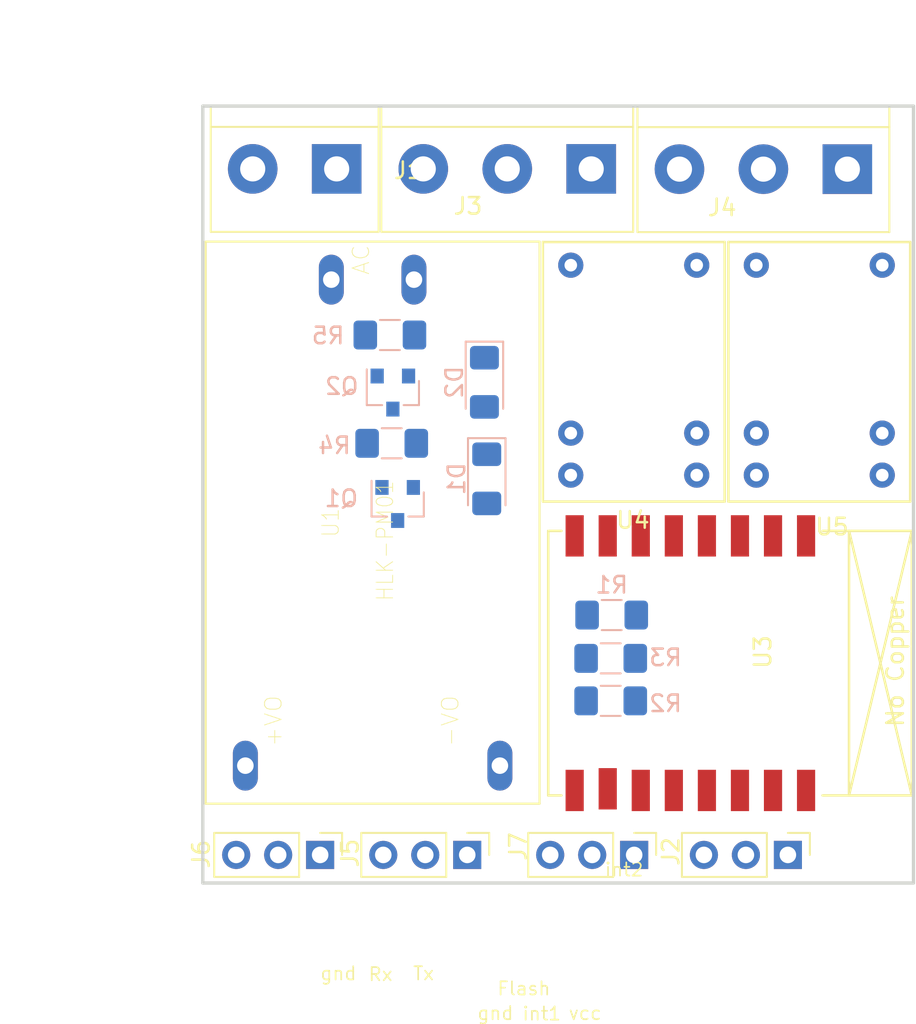
<source format=kicad_pcb>
(kicad_pcb (version 20171130) (host pcbnew 5.0.2-bee76a0~70~ubuntu18.10.1)

  (general
    (thickness 1.6)
    (drawings 14)
    (tracks 0)
    (zones 0)
    (modules 20)
    (nets 25)
  )

  (page A4)
  (layers
    (0 F.Cu signal)
    (31 B.Cu signal)
    (32 B.Adhes user hide)
    (33 F.Adhes user hide)
    (34 B.Paste user)
    (35 F.Paste user)
    (36 B.SilkS user)
    (37 F.SilkS user)
    (38 B.Mask user)
    (39 F.Mask user)
    (40 Dwgs.User user hide)
    (41 Cmts.User user)
    (42 Eco1.User user hide)
    (43 Eco2.User user hide)
    (44 Edge.Cuts user)
    (45 Margin user hide)
    (46 B.CrtYd user hide)
    (47 F.CrtYd user hide)
    (48 B.Fab user hide)
    (49 F.Fab user hide)
  )

  (setup
    (last_trace_width 0.25)
    (user_trace_width 0.254)
    (user_trace_width 0.3048)
    (user_trace_width 0.4064)
    (user_trace_width 0.508)
    (user_trace_width 0.6096)
    (user_trace_width 0.8636)
    (user_trace_width 1.016)
    (trace_clearance 0.2)
    (zone_clearance 0.508)
    (zone_45_only no)
    (trace_min 0.2)
    (segment_width 0.2)
    (edge_width 0.15)
    (via_size 0.8)
    (via_drill 0.4)
    (via_min_size 0.4)
    (via_min_drill 0.3)
    (uvia_size 0.3)
    (uvia_drill 0.1)
    (uvias_allowed no)
    (uvia_min_size 0.2)
    (uvia_min_drill 0.1)
    (pcb_text_width 0.3)
    (pcb_text_size 1.5 1.5)
    (mod_edge_width 0.15)
    (mod_text_size 1 1)
    (mod_text_width 0.15)
    (pad_size 3 3)
    (pad_drill 1.52)
    (pad_to_mask_clearance 0.051)
    (solder_mask_min_width 0.25)
    (aux_axis_origin 0 0)
    (visible_elements FFFFFF7F)
    (pcbplotparams
      (layerselection 0x010f0_ffffffff)
      (usegerberextensions false)
      (usegerberattributes false)
      (usegerberadvancedattributes false)
      (creategerberjobfile false)
      (excludeedgelayer true)
      (linewidth 0.100000)
      (plotframeref false)
      (viasonmask false)
      (mode 1)
      (useauxorigin false)
      (hpglpennumber 1)
      (hpglpenspeed 20)
      (hpglpendiameter 15.000000)
      (psnegative false)
      (psa4output false)
      (plotreference true)
      (plotvalue true)
      (plotinvisibletext false)
      (padsonsilk false)
      (subtractmaskfromsilk false)
      (outputformat 1)
      (mirror false)
      (drillshape 0)
      (scaleselection 1)
      (outputdirectory "gerbers/"))
  )

  (net 0 "")
  (net 1 GND)
  (net 2 "Net-(R1-Pad1)")
  (net 3 "Net-(R2-Pad1)")
  (net 4 "Net-(R3-Pad2)")
  (net 5 "Net-(J1-Pad1)")
  (net 6 "Net-(J1-Pad2)")
  (net 7 "Net-(D1-Pad1)")
  (net 8 "Net-(D2-Pad1)")
  (net 9 "Net-(J3-Pad3)")
  (net 10 "Net-(J3-Pad2)")
  (net 11 "Net-(J3-Pad1)")
  (net 12 "Net-(J4-Pad1)")
  (net 13 "Net-(J4-Pad2)")
  (net 14 "Net-(J4-Pad3)")
  (net 15 Relay_1)
  (net 16 Relay_2)
  (net 17 "Net-(J2-Pad1)")
  (net 18 "Net-(J2-Pad2)")
  (net 19 vcc)
  (net 20 int_1)
  (net 21 int_2)
  (net 22 "Net-(J7-Pad2)")
  (net 23 "Net-(Q1-Pad1)")
  (net 24 "Net-(Q2-Pad1)")

  (net_class Default "This is the default net class."
    (clearance 0.2)
    (trace_width 0.25)
    (via_dia 0.8)
    (via_drill 0.4)
    (uvia_dia 0.3)
    (uvia_drill 0.1)
    (add_net GND)
    (add_net "Net-(D1-Pad1)")
    (add_net "Net-(D2-Pad1)")
    (add_net "Net-(J1-Pad1)")
    (add_net "Net-(J1-Pad2)")
    (add_net "Net-(J2-Pad1)")
    (add_net "Net-(J2-Pad2)")
    (add_net "Net-(J3-Pad1)")
    (add_net "Net-(J3-Pad2)")
    (add_net "Net-(J3-Pad3)")
    (add_net "Net-(J4-Pad1)")
    (add_net "Net-(J4-Pad2)")
    (add_net "Net-(J4-Pad3)")
    (add_net "Net-(J7-Pad2)")
    (add_net "Net-(Q1-Pad1)")
    (add_net "Net-(Q2-Pad1)")
    (add_net "Net-(R1-Pad1)")
    (add_net "Net-(R2-Pad1)")
    (add_net "Net-(R3-Pad2)")
    (add_net Relay_1)
    (add_net Relay_2)
    (add_net int_1)
    (add_net int_2)
    (add_net vcc)
  )

  (module HLK-PM01:HLK-PM01 (layer F.Cu) (tedit 0) (tstamp 5CFB3796)
    (at 95.275 86.2 270)
    (path /5CD1EF95)
    (fp_text reference U1 (at 0 2.54 270) (layer F.SilkS)
      (effects (font (size 1 0.9) (thickness 0.05)))
    )
    (fp_text value HLK-PM01 (at 1.1 -0.75 270) (layer F.SilkS)
      (effects (font (size 1 0.9) (thickness 0.05)))
    )
    (fp_line (start -17 10.1) (end -17 -10.1) (layer F.SilkS) (width 0.127))
    (fp_line (start 17 10.1) (end 17 -10.1) (layer F.SilkS) (width 0.127))
    (fp_line (start -17 -10.1) (end 17 -10.1) (layer F.SilkS) (width 0.127))
    (fp_line (start -17 10.1) (end 17 10.1) (layer F.SilkS) (width 0.127))
    (fp_text user AC (at -15.9 0.7 270) (layer F.SilkS)
      (effects (font (size 1 1) (thickness 0.05)))
    )
    (fp_text user +VO (at 12 6 270) (layer F.SilkS)
      (effects (font (size 1 1) (thickness 0.05)))
    )
    (fp_text user -VO (at 12 -4.7 270) (layer F.SilkS)
      (effects (font (size 1 1) (thickness 0.05)))
    )
    (pad P$1 thru_hole oval (at -14.7 -2.5 270) (size 3.016 1.508) (drill 1) (layers *.Cu *.Mask)
      (net 6 "Net-(J1-Pad2)"))
    (pad P$2 thru_hole oval (at -14.7 2.5 270) (size 3.016 1.508) (drill 1) (layers *.Cu *.Mask)
      (net 5 "Net-(J1-Pad1)"))
    (pad P$3 thru_hole oval (at 14.7 -7.7 270) (size 3.016 1.508) (drill 1) (layers *.Cu *.Mask)
      (net 1 GND))
    (pad P$4 thru_hole oval (at 14.7 7.7 270) (size 3.016 1.508) (drill 1) (layers *.Cu *.Mask)
      (net 19 vcc))
  )

  (module TerminalBlock:TerminalBlock_bornier-3_P5.08mm (layer F.Cu) (tedit 5CE037EC) (tstamp 5CD452B5)
    (at 108.5 64.8 180)
    (descr "simple 3-pin terminal block, pitch 5.08mm, revamped version of bornier3")
    (tags "terminal block bornier3")
    (path /5CD5F5C6)
    (fp_text reference J3 (at 7.45 -2.25 180) (layer F.SilkS)
      (effects (font (size 1 1) (thickness 0.15)))
    )
    (fp_text value Screw_Terminal_01x03 (at 5.08 5.08 180) (layer F.Fab)
      (effects (font (size 1 1) (thickness 0.15)))
    )
    (fp_line (start 12.88 4) (end -2.72 4) (layer F.CrtYd) (width 0.05))
    (fp_line (start 12.88 4) (end 12.88 -4) (layer F.CrtYd) (width 0.05))
    (fp_line (start -2.72 -4) (end -2.72 4) (layer F.CrtYd) (width 0.05))
    (fp_line (start -2.72 -4) (end 12.88 -4) (layer F.CrtYd) (width 0.05))
    (fp_line (start -2.54 3.81) (end 12.7 3.81) (layer F.SilkS) (width 0.12))
    (fp_line (start -2.54 -3.81) (end 12.7 -3.81) (layer F.SilkS) (width 0.12))
    (fp_line (start -2.54 2.54) (end 12.7 2.54) (layer F.SilkS) (width 0.12))
    (fp_line (start 12.7 3.81) (end 12.7 -3.81) (layer F.SilkS) (width 0.12))
    (fp_line (start -2.54 3.81) (end -2.54 -3.81) (layer F.SilkS) (width 0.12))
    (fp_line (start -2.47 3.75) (end -2.47 -3.75) (layer F.Fab) (width 0.1))
    (fp_line (start 12.63 3.75) (end -2.47 3.75) (layer F.Fab) (width 0.1))
    (fp_line (start 12.63 -3.75) (end 12.63 3.75) (layer F.Fab) (width 0.1))
    (fp_line (start -2.47 -3.75) (end 12.63 -3.75) (layer F.Fab) (width 0.1))
    (fp_line (start -2.47 2.55) (end 12.63 2.55) (layer F.Fab) (width 0.1))
    (fp_text user %R (at 5.08 0 180) (layer F.Fab)
      (effects (font (size 1 1) (thickness 0.15)))
    )
    (pad 3 thru_hole circle (at 10.16 0 180) (size 3 3) (drill 1.52) (layers *.Cu *.Mask)
      (net 9 "Net-(J3-Pad3)"))
    (pad 2 thru_hole circle (at 5.08 0 180) (size 3 3) (drill 1.52) (layers *.Cu *.Mask)
      (net 10 "Net-(J3-Pad2)"))
    (pad 1 thru_hole rect (at 0 0 180) (size 3 3) (drill 1.52) (layers *.Cu *.Mask)
      (net 11 "Net-(J3-Pad1)"))
    (model ${KISYS3DMOD}/TerminalBlock.3dshapes/TerminalBlock_bornier-3_P5.08mm.wrl
      (offset (xyz 5.079999923706055 0 0))
      (scale (xyz 1 1 1))
      (rotate (xyz 0 0 0))
    )
  )

  (module Resistor_SMD:R_1206_3216Metric_Pad1.42x1.75mm_HandSolder (layer B.Cu) (tedit 5B301BBD) (tstamp 5CFB3768)
    (at 96.43 81.4)
    (descr "Resistor SMD 1206 (3216 Metric), square (rectangular) end terminal, IPC_7351 nominal with elongated pad for handsoldering. (Body size source: http://www.tortai-tech.com/upload/download/2011102023233369053.pdf), generated with kicad-footprint-generator")
    (tags "resistor handsolder")
    (path /5CD4C084)
    (attr smd)
    (fp_text reference R4 (at -3.466 0.134) (layer B.SilkS)
      (effects (font (size 1 1) (thickness 0.15)) (justify mirror))
    )
    (fp_text value 180 (at 0 -1.82) (layer B.Fab)
      (effects (font (size 1 1) (thickness 0.15)) (justify mirror))
    )
    (fp_line (start -1.6 -0.8) (end -1.6 0.8) (layer B.Fab) (width 0.1))
    (fp_line (start -1.6 0.8) (end 1.6 0.8) (layer B.Fab) (width 0.1))
    (fp_line (start 1.6 0.8) (end 1.6 -0.8) (layer B.Fab) (width 0.1))
    (fp_line (start 1.6 -0.8) (end -1.6 -0.8) (layer B.Fab) (width 0.1))
    (fp_line (start -0.602064 0.91) (end 0.602064 0.91) (layer B.SilkS) (width 0.12))
    (fp_line (start -0.602064 -0.91) (end 0.602064 -0.91) (layer B.SilkS) (width 0.12))
    (fp_line (start -2.45 -1.12) (end -2.45 1.12) (layer B.CrtYd) (width 0.05))
    (fp_line (start -2.45 1.12) (end 2.45 1.12) (layer B.CrtYd) (width 0.05))
    (fp_line (start 2.45 1.12) (end 2.45 -1.12) (layer B.CrtYd) (width 0.05))
    (fp_line (start 2.45 -1.12) (end -2.45 -1.12) (layer B.CrtYd) (width 0.05))
    (fp_text user %R (at 0 0) (layer B.Fab)
      (effects (font (size 0.8 0.8) (thickness 0.12)) (justify mirror))
    )
    (pad 1 smd roundrect (at -1.4875 0) (size 1.425 1.75) (layers B.Cu B.Paste B.Mask) (roundrect_rratio 0.175439)
      (net 23 "Net-(Q1-Pad1)"))
    (pad 2 smd roundrect (at 1.4875 0) (size 1.425 1.75) (layers B.Cu B.Paste B.Mask) (roundrect_rratio 0.175439)
      (net 15 Relay_1))
    (model ${KISYS3DMOD}/Resistor_SMD.3dshapes/R_1206_3216Metric.wrl
      (at (xyz 0 0 0))
      (scale (xyz 1 1 1))
      (rotate (xyz 0 0 0))
    )
  )

  (module ESP8266:ESP-07v2 (layer F.Cu) (tedit 5CE0336E) (tstamp 5CDDA39F)
    (at 121.5 87.7 270)
    (descr "Module, ESP-8266, ESP-07v2, 16 pad, SMD")
    (tags "Module ESP-8266 ESP8266")
    (path /5A3E9303)
    (fp_text reference U3 (at 6.32 2.62 270) (layer F.SilkS)
      (effects (font (size 1 1) (thickness 0.15)))
    )
    (fp_text value ESP-07v2 (at 7.25 2.25 270) (layer F.Fab)
      (effects (font (size 1 1) (thickness 0.15)))
    )
    (fp_line (start -2.25 -0.5) (end -2.25 -6.65) (layer F.CrtYd) (width 0.05))
    (fp_line (start -2.25 -6.65) (end 16.25 -6.65) (layer F.CrtYd) (width 0.05))
    (fp_line (start 16.25 -6.65) (end 16.25 16) (layer F.CrtYd) (width 0.05))
    (fp_line (start 16.25 16) (end -2.25 16) (layer F.CrtYd) (width 0.05))
    (fp_line (start -2.25 16) (end -2.25 -0.5) (layer F.CrtYd) (width 0.05))
    (fp_line (start -1 -6.4) (end 15 -6.4) (layer F.SilkS) (width 0.1524))
    (fp_line (start 15 -6.4) (end 15 -1) (layer F.SilkS) (width 0.1524))
    (fp_line (start -1 -6.4) (end -1 -1) (layer F.SilkS) (width 0.1524))
    (fp_line (start -1 14.8) (end -1 15.6) (layer F.SilkS) (width 0.1524))
    (fp_line (start -1 15.6) (end 15 15.6) (layer F.SilkS) (width 0.1524))
    (fp_line (start 15 15.6) (end 15 14.8) (layer F.SilkS) (width 0.1524))
    (fp_line (start 15 -6.4) (end -1 -2.6) (layer F.SilkS) (width 0.1524))
    (fp_line (start -1 -6.4) (end 15 -2.6) (layer F.SilkS) (width 0.1524))
    (fp_text user "No Copper" (at 6.892 -5.4 270) (layer F.SilkS)
      (effects (font (size 1 1) (thickness 0.15)))
    )
    (fp_line (start -1.008 -2.6) (end 14.992 -2.6) (layer F.SilkS) (width 0.1524))
    (fp_line (start 15 -6.4) (end 15 15.6) (layer F.Fab) (width 0.05))
    (fp_line (start 15 15.6) (end -1 15.6) (layer F.Fab) (width 0.05))
    (fp_line (start -1.008 15.6) (end -1.008 -6.4) (layer F.Fab) (width 0.05))
    (fp_line (start -1 -6.4) (end 15 -6.4) (layer F.Fab) (width 0.05))
    (pad 1 smd rect (at 0 0 270) (size 2.5 1.1) (drill (offset -0.7 0)) (layers F.Cu F.Paste F.Mask))
    (pad 2 smd rect (at 0 2 270) (size 2.5 1.1) (drill (offset -0.7 0)) (layers F.Cu F.Paste F.Mask))
    (pad 3 smd rect (at 0 4 270) (size 2.5 1.1) (drill (offset -0.7 0)) (layers F.Cu F.Paste F.Mask)
      (net 2 "Net-(R1-Pad1)"))
    (pad 4 smd rect (at 0 6 270) (size 2.5 1.1) (drill (offset -0.7 0)) (layers F.Cu F.Paste F.Mask)
      (net 16 Relay_2))
    (pad 5 smd rect (at 0 8 270) (size 2.5 1.1) (drill (offset -0.7 0)) (layers F.Cu F.Paste F.Mask)
      (net 15 Relay_1))
    (pad 6 smd rect (at 0 10 270) (size 2.5 1.1) (drill (offset -0.7 0)) (layers F.Cu F.Paste F.Mask)
      (net 20 int_1))
    (pad 7 smd rect (at 0 12 270) (size 2.5 1.1) (drill (offset -0.7 0)) (layers F.Cu F.Paste F.Mask)
      (net 21 int_2))
    (pad 8 smd rect (at 0 14 270) (size 2.5 1.1) (drill (offset -0.7 0)) (layers F.Cu F.Paste F.Mask)
      (net 19 vcc))
    (pad 9 smd rect (at 14 14 270) (size 2.5 1.1) (drill (offset 0.7 0)) (layers F.Cu F.Paste F.Mask)
      (net 1 GND))
    (pad 10 smd rect (at 14 12 270) (size 2.5 1.1) (drill (offset 0.6 0)) (layers F.Cu F.Paste F.Mask)
      (net 3 "Net-(R2-Pad1)"))
    (pad 11 smd rect (at 14 10 270) (size 2.5 1.1) (drill (offset 0.7 0)) (layers F.Cu F.Paste F.Mask))
    (pad 12 smd rect (at 14 8 270) (size 2.5 1.1) (drill (offset 0.7 0)) (layers F.Cu F.Paste F.Mask)
      (net 22 "Net-(J7-Pad2)"))
    (pad 13 smd rect (at 14 6 270) (size 2.5 1.1) (drill (offset 0.7 0)) (layers F.Cu F.Paste F.Mask))
    (pad 14 smd rect (at 14 4 270) (size 2.5 1.1) (drill (offset 0.7 0)) (layers F.Cu F.Paste F.Mask))
    (pad 15 smd rect (at 14 2 270) (size 2.5 1.1) (drill (offset 0.7 0)) (layers F.Cu F.Paste F.Mask)
      (net 4 "Net-(R3-Pad2)"))
    (pad 16 smd rect (at 14 0 270) (size 2.5 1.1) (drill (offset 0.7 0)) (layers F.Cu F.Paste F.Mask)
      (net 17 "Net-(J2-Pad1)"))
    (model ${ESPLIB}/ESP8266.3dshapes/ESP-07v2.wrl
      (at (xyz 0 0 0))
      (scale (xyz 0.3937 0.3937 0.3937))
      (rotate (xyz 0 0 0))
    )
  )

  (module TerminalBlock:TerminalBlock_bornier-3_P5.08mm (layer F.Cu) (tedit 59FF03B9) (tstamp 5CD45449)
    (at 124 64.815 180)
    (descr "simple 3-pin terminal block, pitch 5.08mm, revamped version of bornier3")
    (tags "terminal block bornier3")
    (path /5CD62DF4)
    (fp_text reference J4 (at 7.575 -2.325 180) (layer F.SilkS)
      (effects (font (size 1 1) (thickness 0.15)))
    )
    (fp_text value Screw_Terminal_01x03 (at 5.08 5.08 180) (layer F.Fab)
      (effects (font (size 1 1) (thickness 0.15)))
    )
    (fp_text user %R (at 5.08 0 180) (layer F.Fab)
      (effects (font (size 1 1) (thickness 0.15)))
    )
    (fp_line (start -2.47 2.55) (end 12.63 2.55) (layer F.Fab) (width 0.1))
    (fp_line (start -2.47 -3.75) (end 12.63 -3.75) (layer F.Fab) (width 0.1))
    (fp_line (start 12.63 -3.75) (end 12.63 3.75) (layer F.Fab) (width 0.1))
    (fp_line (start 12.63 3.75) (end -2.47 3.75) (layer F.Fab) (width 0.1))
    (fp_line (start -2.47 3.75) (end -2.47 -3.75) (layer F.Fab) (width 0.1))
    (fp_line (start -2.54 3.81) (end -2.54 -3.81) (layer F.SilkS) (width 0.12))
    (fp_line (start 12.7 3.81) (end 12.7 -3.81) (layer F.SilkS) (width 0.12))
    (fp_line (start -2.54 2.54) (end 12.7 2.54) (layer F.SilkS) (width 0.12))
    (fp_line (start -2.54 -3.81) (end 12.7 -3.81) (layer F.SilkS) (width 0.12))
    (fp_line (start -2.54 3.81) (end 12.7 3.81) (layer F.SilkS) (width 0.12))
    (fp_line (start -2.72 -4) (end 12.88 -4) (layer F.CrtYd) (width 0.05))
    (fp_line (start -2.72 -4) (end -2.72 4) (layer F.CrtYd) (width 0.05))
    (fp_line (start 12.88 4) (end 12.88 -4) (layer F.CrtYd) (width 0.05))
    (fp_line (start 12.88 4) (end -2.72 4) (layer F.CrtYd) (width 0.05))
    (pad 1 thru_hole rect (at 0 0 180) (size 3 3) (drill 1.52) (layers *.Cu *.Mask)
      (net 12 "Net-(J4-Pad1)"))
    (pad 2 thru_hole circle (at 5.08 0 180) (size 3 3) (drill 1.52) (layers *.Cu *.Mask)
      (net 13 "Net-(J4-Pad2)"))
    (pad 3 thru_hole circle (at 10.16 0 180) (size 3 3) (drill 1.52) (layers *.Cu *.Mask)
      (net 14 "Net-(J4-Pad3)"))
    (model ${KISYS3DMOD}/TerminalBlock.3dshapes/TerminalBlock_bornier-3_P5.08mm.wrl
      (offset (xyz 5.079999923706055 0 0))
      (scale (xyz 1 1 1))
      (rotate (xyz 0 0 0))
    )
  )

  (module Resistor_SMD:R_1206_3216Metric_Pad1.42x1.75mm_HandSolder (layer B.Cu) (tedit 5B301BBD) (tstamp 5CD20EAB)
    (at 109.74 91.79 180)
    (descr "Resistor SMD 1206 (3216 Metric), square (rectangular) end terminal, IPC_7351 nominal with elongated pad for handsoldering. (Body size source: http://www.tortai-tech.com/upload/download/2011102023233369053.pdf), generated with kicad-footprint-generator")
    (tags "resistor handsolder")
    (path /5A8DA6B8)
    (attr smd)
    (fp_text reference R1 (at 0 1.82 180) (layer B.SilkS)
      (effects (font (size 1 1) (thickness 0.15)) (justify mirror))
    )
    (fp_text value 10K (at 0 -1.82 180) (layer B.Fab)
      (effects (font (size 1 1) (thickness 0.15)) (justify mirror))
    )
    (fp_line (start -1.6 -0.8) (end -1.6 0.8) (layer B.Fab) (width 0.1))
    (fp_line (start -1.6 0.8) (end 1.6 0.8) (layer B.Fab) (width 0.1))
    (fp_line (start 1.6 0.8) (end 1.6 -0.8) (layer B.Fab) (width 0.1))
    (fp_line (start 1.6 -0.8) (end -1.6 -0.8) (layer B.Fab) (width 0.1))
    (fp_line (start -0.602064 0.91) (end 0.602064 0.91) (layer B.SilkS) (width 0.12))
    (fp_line (start -0.602064 -0.91) (end 0.602064 -0.91) (layer B.SilkS) (width 0.12))
    (fp_line (start -2.45 -1.12) (end -2.45 1.12) (layer B.CrtYd) (width 0.05))
    (fp_line (start -2.45 1.12) (end 2.45 1.12) (layer B.CrtYd) (width 0.05))
    (fp_line (start 2.45 1.12) (end 2.45 -1.12) (layer B.CrtYd) (width 0.05))
    (fp_line (start 2.45 -1.12) (end -2.45 -1.12) (layer B.CrtYd) (width 0.05))
    (fp_text user %R (at 0 0 270) (layer B.Fab)
      (effects (font (size 0.8 0.8) (thickness 0.12)) (justify mirror))
    )
    (pad 1 smd roundrect (at -1.4875 0 180) (size 1.425 1.75) (layers B.Cu B.Paste B.Mask) (roundrect_rratio 0.175439)
      (net 2 "Net-(R1-Pad1)"))
    (pad 2 smd roundrect (at 1.4875 0 180) (size 1.425 1.75) (layers B.Cu B.Paste B.Mask) (roundrect_rratio 0.175439)
      (net 19 vcc))
    (model ${KISYS3DMOD}/Resistor_SMD.3dshapes/R_1206_3216Metric.wrl
      (at (xyz 0 0 0))
      (scale (xyz 1 1 1))
      (rotate (xyz 0 0 0))
    )
  )

  (module Resistor_SMD:R_1206_3216Metric_Pad1.42x1.75mm_HandSolder (layer B.Cu) (tedit 5B301BBD) (tstamp 5CD20EBC)
    (at 109.68 96.98 180)
    (descr "Resistor SMD 1206 (3216 Metric), square (rectangular) end terminal, IPC_7351 nominal with elongated pad for handsoldering. (Body size source: http://www.tortai-tech.com/upload/download/2011102023233369053.pdf), generated with kicad-footprint-generator")
    (tags "resistor handsolder")
    (path /5A887C56)
    (attr smd)
    (fp_text reference R2 (at -3.318 -0.16 180) (layer B.SilkS)
      (effects (font (size 1 1) (thickness 0.15)) (justify mirror))
    )
    (fp_text value 10K (at 0 -1.82 180) (layer B.Fab)
      (effects (font (size 1 1) (thickness 0.15)) (justify mirror))
    )
    (fp_text user %R (at 0 0 180) (layer B.Fab)
      (effects (font (size 0.8 0.8) (thickness 0.12)) (justify mirror))
    )
    (fp_line (start 2.45 -1.12) (end -2.45 -1.12) (layer B.CrtYd) (width 0.05))
    (fp_line (start 2.45 1.12) (end 2.45 -1.12) (layer B.CrtYd) (width 0.05))
    (fp_line (start -2.45 1.12) (end 2.45 1.12) (layer B.CrtYd) (width 0.05))
    (fp_line (start -2.45 -1.12) (end -2.45 1.12) (layer B.CrtYd) (width 0.05))
    (fp_line (start -0.602064 -0.91) (end 0.602064 -0.91) (layer B.SilkS) (width 0.12))
    (fp_line (start -0.602064 0.91) (end 0.602064 0.91) (layer B.SilkS) (width 0.12))
    (fp_line (start 1.6 -0.8) (end -1.6 -0.8) (layer B.Fab) (width 0.1))
    (fp_line (start 1.6 0.8) (end 1.6 -0.8) (layer B.Fab) (width 0.1))
    (fp_line (start -1.6 0.8) (end 1.6 0.8) (layer B.Fab) (width 0.1))
    (fp_line (start -1.6 -0.8) (end -1.6 0.8) (layer B.Fab) (width 0.1))
    (pad 2 smd roundrect (at 1.4875 0 180) (size 1.425 1.75) (layers B.Cu B.Paste B.Mask) (roundrect_rratio 0.175439)
      (net 1 GND))
    (pad 1 smd roundrect (at -1.4875 0 180) (size 1.425 1.75) (layers B.Cu B.Paste B.Mask) (roundrect_rratio 0.175439)
      (net 3 "Net-(R2-Pad1)"))
    (model ${KISYS3DMOD}/Resistor_SMD.3dshapes/R_1206_3216Metric.wrl
      (at (xyz 0 0 0))
      (scale (xyz 1 1 1))
      (rotate (xyz 0 0 0))
    )
  )

  (module Resistor_SMD:R_1206_3216Metric_Pad1.42x1.75mm_HandSolder (layer B.Cu) (tedit 5B301BBD) (tstamp 5CD20ECD)
    (at 109.68 94.41)
    (descr "Resistor SMD 1206 (3216 Metric), square (rectangular) end terminal, IPC_7351 nominal with elongated pad for handsoldering. (Body size source: http://www.tortai-tech.com/upload/download/2011102023233369053.pdf), generated with kicad-footprint-generator")
    (tags "resistor handsolder")
    (path /5A3E9C05)
    (attr smd)
    (fp_text reference R3 (at 3.318 -0.046) (layer B.SilkS)
      (effects (font (size 1 1) (thickness 0.15)) (justify mirror))
    )
    (fp_text value 180 (at 0 -1.82) (layer B.Fab)
      (effects (font (size 1 1) (thickness 0.15)) (justify mirror))
    )
    (fp_line (start -1.6 -0.8) (end -1.6 0.8) (layer B.Fab) (width 0.1))
    (fp_line (start -1.6 0.8) (end 1.6 0.8) (layer B.Fab) (width 0.1))
    (fp_line (start 1.6 0.8) (end 1.6 -0.8) (layer B.Fab) (width 0.1))
    (fp_line (start 1.6 -0.8) (end -1.6 -0.8) (layer B.Fab) (width 0.1))
    (fp_line (start -0.602064 0.91) (end 0.602064 0.91) (layer B.SilkS) (width 0.12))
    (fp_line (start -0.602064 -0.91) (end 0.602064 -0.91) (layer B.SilkS) (width 0.12))
    (fp_line (start -2.45 -1.12) (end -2.45 1.12) (layer B.CrtYd) (width 0.05))
    (fp_line (start -2.45 1.12) (end 2.45 1.12) (layer B.CrtYd) (width 0.05))
    (fp_line (start 2.45 1.12) (end 2.45 -1.12) (layer B.CrtYd) (width 0.05))
    (fp_line (start 2.45 -1.12) (end -2.45 -1.12) (layer B.CrtYd) (width 0.05))
    (fp_text user %R (at 0 0) (layer B.Fab)
      (effects (font (size 0.8 0.8) (thickness 0.12)) (justify mirror))
    )
    (pad 1 smd roundrect (at -1.4875 0) (size 1.425 1.75) (layers B.Cu B.Paste B.Mask) (roundrect_rratio 0.175439)
      (net 18 "Net-(J2-Pad2)"))
    (pad 2 smd roundrect (at 1.4875 0) (size 1.425 1.75) (layers B.Cu B.Paste B.Mask) (roundrect_rratio 0.175439)
      (net 4 "Net-(R3-Pad2)"))
    (model ${KISYS3DMOD}/Resistor_SMD.3dshapes/R_1206_3216Metric.wrl
      (at (xyz 0 0 0))
      (scale (xyz 1 1 1))
      (rotate (xyz 0 0 0))
    )
  )

  (module TerminalBlock:TerminalBlock_bornier-2_P5.08mm (layer F.Cu) (tedit 59FF03AB) (tstamp 5CD245BA)
    (at 93.1 64.8 180)
    (descr "simple 2-pin terminal block, pitch 5.08mm, revamped version of bornier2")
    (tags "terminal block bornier2")
    (path /5A3E8B13)
    (fp_text reference J1 (at -4.335 -0.095 180) (layer F.SilkS)
      (effects (font (size 1 1) (thickness 0.15)))
    )
    (fp_text value 220v (at 2.54 5.08 180) (layer F.Fab)
      (effects (font (size 1 1) (thickness 0.15)))
    )
    (fp_text user %R (at 2.54 0 180) (layer F.Fab)
      (effects (font (size 1 1) (thickness 0.15)))
    )
    (fp_line (start -2.41 2.55) (end 7.49 2.55) (layer F.Fab) (width 0.1))
    (fp_line (start -2.46 -3.75) (end -2.46 3.75) (layer F.Fab) (width 0.1))
    (fp_line (start -2.46 3.75) (end 7.54 3.75) (layer F.Fab) (width 0.1))
    (fp_line (start 7.54 3.75) (end 7.54 -3.75) (layer F.Fab) (width 0.1))
    (fp_line (start 7.54 -3.75) (end -2.46 -3.75) (layer F.Fab) (width 0.1))
    (fp_line (start 7.62 2.54) (end -2.54 2.54) (layer F.SilkS) (width 0.12))
    (fp_line (start 7.62 3.81) (end 7.62 -3.81) (layer F.SilkS) (width 0.12))
    (fp_line (start 7.62 -3.81) (end -2.54 -3.81) (layer F.SilkS) (width 0.12))
    (fp_line (start -2.54 -3.81) (end -2.54 3.81) (layer F.SilkS) (width 0.12))
    (fp_line (start -2.54 3.81) (end 7.62 3.81) (layer F.SilkS) (width 0.12))
    (fp_line (start -2.71 -4) (end 7.79 -4) (layer F.CrtYd) (width 0.05))
    (fp_line (start -2.71 -4) (end -2.71 4) (layer F.CrtYd) (width 0.05))
    (fp_line (start 7.79 4) (end 7.79 -4) (layer F.CrtYd) (width 0.05))
    (fp_line (start 7.79 4) (end -2.71 4) (layer F.CrtYd) (width 0.05))
    (pad 1 thru_hole rect (at 0 0 180) (size 3 3) (drill 1.52) (layers *.Cu *.Mask)
      (net 5 "Net-(J1-Pad1)"))
    (pad 2 thru_hole circle (at 5.08 0 180) (size 3 3) (drill 1.52) (layers *.Cu *.Mask)
      (net 6 "Net-(J1-Pad2)"))
    (model ${KISYS3DMOD}/TerminalBlock.3dshapes/TerminalBlock_bornier-2_P5.08mm.wrl
      (offset (xyz 2.539999961853027 0 0))
      (scale (xyz 1 1 1))
      (rotate (xyz 0 0 0))
    )
  )

  (module Connector_PinHeader_2.54mm:PinHeader_1x03_P2.54mm_Vertical (layer F.Cu) (tedit 59FED5CC) (tstamp 5CD3F951)
    (at 120.4 106.3 270)
    (descr "Through hole straight pin header, 1x03, 2.54mm pitch, single row")
    (tags "Through hole pin header THT 1x03 2.54mm single row")
    (path /5A3E9536)
    (fp_text reference J2 (at -0.205 7.08 270) (layer F.SilkS)
      (effects (font (size 1 1) (thickness 0.15)))
    )
    (fp_text value tx/rx (at 0 7.41 270) (layer F.Fab)
      (effects (font (size 1 1) (thickness 0.15)))
    )
    (fp_line (start -0.635 -1.27) (end 1.27 -1.27) (layer F.Fab) (width 0.1))
    (fp_line (start 1.27 -1.27) (end 1.27 6.35) (layer F.Fab) (width 0.1))
    (fp_line (start 1.27 6.35) (end -1.27 6.35) (layer F.Fab) (width 0.1))
    (fp_line (start -1.27 6.35) (end -1.27 -0.635) (layer F.Fab) (width 0.1))
    (fp_line (start -1.27 -0.635) (end -0.635 -1.27) (layer F.Fab) (width 0.1))
    (fp_line (start -1.33 6.41) (end 1.33 6.41) (layer F.SilkS) (width 0.12))
    (fp_line (start -1.33 1.27) (end -1.33 6.41) (layer F.SilkS) (width 0.12))
    (fp_line (start 1.33 1.27) (end 1.33 6.41) (layer F.SilkS) (width 0.12))
    (fp_line (start -1.33 1.27) (end 1.33 1.27) (layer F.SilkS) (width 0.12))
    (fp_line (start -1.33 0) (end -1.33 -1.33) (layer F.SilkS) (width 0.12))
    (fp_line (start -1.33 -1.33) (end 0 -1.33) (layer F.SilkS) (width 0.12))
    (fp_line (start -1.8 -1.8) (end -1.8 6.85) (layer F.CrtYd) (width 0.05))
    (fp_line (start -1.8 6.85) (end 1.8 6.85) (layer F.CrtYd) (width 0.05))
    (fp_line (start 1.8 6.85) (end 1.8 -1.8) (layer F.CrtYd) (width 0.05))
    (fp_line (start 1.8 -1.8) (end -1.8 -1.8) (layer F.CrtYd) (width 0.05))
    (fp_text user %R (at 0 2.54) (layer F.Fab)
      (effects (font (size 1 1) (thickness 0.15)))
    )
    (pad 1 thru_hole rect (at 0 0 270) (size 1.7 1.7) (drill 1) (layers *.Cu *.Mask)
      (net 17 "Net-(J2-Pad1)"))
    (pad 2 thru_hole oval (at 0 2.54 270) (size 1.7 1.7) (drill 1) (layers *.Cu *.Mask)
      (net 18 "Net-(J2-Pad2)"))
    (pad 3 thru_hole oval (at 0 5.08 270) (size 1.7 1.7) (drill 1) (layers *.Cu *.Mask)
      (net 1 GND))
    (model ${KISYS3DMOD}/Connector_PinHeader_2.54mm.3dshapes/PinHeader_1x03_P2.54mm_Vertical.wrl
      (at (xyz 0 0 0))
      (scale (xyz 1 1 1))
      (rotate (xyz 0 0 0))
    )
  )

  (module Resistor_SMD:R_1206_3216Metric_Pad1.42x1.75mm_HandSolder (layer B.Cu) (tedit 5B301BBD) (tstamp 5CFB3870)
    (at 96.32 74.85)
    (descr "Resistor SMD 1206 (3216 Metric), square (rectangular) end terminal, IPC_7351 nominal with elongated pad for handsoldering. (Body size source: http://www.tortai-tech.com/upload/download/2011102023233369053.pdf), generated with kicad-footprint-generator")
    (tags "resistor handsolder")
    (path /5CD5127A)
    (attr smd)
    (fp_text reference R5 (at -3.74 0.04) (layer B.SilkS)
      (effects (font (size 1 1) (thickness 0.15)) (justify mirror))
    )
    (fp_text value 180 (at 0 -1.82) (layer B.Fab)
      (effects (font (size 1 1) (thickness 0.15)) (justify mirror))
    )
    (fp_text user %R (at 0 0) (layer B.Fab)
      (effects (font (size 0.8 0.8) (thickness 0.12)) (justify mirror))
    )
    (fp_line (start 2.45 -1.12) (end -2.45 -1.12) (layer B.CrtYd) (width 0.05))
    (fp_line (start 2.45 1.12) (end 2.45 -1.12) (layer B.CrtYd) (width 0.05))
    (fp_line (start -2.45 1.12) (end 2.45 1.12) (layer B.CrtYd) (width 0.05))
    (fp_line (start -2.45 -1.12) (end -2.45 1.12) (layer B.CrtYd) (width 0.05))
    (fp_line (start -0.602064 -0.91) (end 0.602064 -0.91) (layer B.SilkS) (width 0.12))
    (fp_line (start -0.602064 0.91) (end 0.602064 0.91) (layer B.SilkS) (width 0.12))
    (fp_line (start 1.6 -0.8) (end -1.6 -0.8) (layer B.Fab) (width 0.1))
    (fp_line (start 1.6 0.8) (end 1.6 -0.8) (layer B.Fab) (width 0.1))
    (fp_line (start -1.6 0.8) (end 1.6 0.8) (layer B.Fab) (width 0.1))
    (fp_line (start -1.6 -0.8) (end -1.6 0.8) (layer B.Fab) (width 0.1))
    (pad 2 smd roundrect (at 1.4875 0) (size 1.425 1.75) (layers B.Cu B.Paste B.Mask) (roundrect_rratio 0.175439)
      (net 16 Relay_2))
    (pad 1 smd roundrect (at -1.4875 0) (size 1.425 1.75) (layers B.Cu B.Paste B.Mask) (roundrect_rratio 0.175439)
      (net 24 "Net-(Q2-Pad1)"))
    (model ${KISYS3DMOD}/Resistor_SMD.3dshapes/R_1206_3216Metric.wrl
      (at (xyz 0 0 0))
      (scale (xyz 1 1 1))
      (rotate (xyz 0 0 0))
    )
  )

  (module Connector_PinHeader_2.54mm:PinHeader_1x03_P2.54mm_Vertical (layer F.Cu) (tedit 59FED5CC) (tstamp 5CDC5FAF)
    (at 101 106.3 270)
    (descr "Through hole straight pin header, 1x03, 2.54mm pitch, single row")
    (tags "Through hole pin header THT 1x03 2.54mm single row")
    (path /5CDD1000)
    (fp_text reference J5 (at -0.11 7.09 270) (layer F.SilkS)
      (effects (font (size 1 1) (thickness 0.15)))
    )
    (fp_text value Int_1 (at 0 7.41 270) (layer F.Fab)
      (effects (font (size 1 1) (thickness 0.15)))
    )
    (fp_line (start -0.635 -1.27) (end 1.27 -1.27) (layer F.Fab) (width 0.1))
    (fp_line (start 1.27 -1.27) (end 1.27 6.35) (layer F.Fab) (width 0.1))
    (fp_line (start 1.27 6.35) (end -1.27 6.35) (layer F.Fab) (width 0.1))
    (fp_line (start -1.27 6.35) (end -1.27 -0.635) (layer F.Fab) (width 0.1))
    (fp_line (start -1.27 -0.635) (end -0.635 -1.27) (layer F.Fab) (width 0.1))
    (fp_line (start -1.33 6.41) (end 1.33 6.41) (layer F.SilkS) (width 0.12))
    (fp_line (start -1.33 1.27) (end -1.33 6.41) (layer F.SilkS) (width 0.12))
    (fp_line (start 1.33 1.27) (end 1.33 6.41) (layer F.SilkS) (width 0.12))
    (fp_line (start -1.33 1.27) (end 1.33 1.27) (layer F.SilkS) (width 0.12))
    (fp_line (start -1.33 0) (end -1.33 -1.33) (layer F.SilkS) (width 0.12))
    (fp_line (start -1.33 -1.33) (end 0 -1.33) (layer F.SilkS) (width 0.12))
    (fp_line (start -1.8 -1.8) (end -1.8 6.85) (layer F.CrtYd) (width 0.05))
    (fp_line (start -1.8 6.85) (end 1.8 6.85) (layer F.CrtYd) (width 0.05))
    (fp_line (start 1.8 6.85) (end 1.8 -1.8) (layer F.CrtYd) (width 0.05))
    (fp_line (start 1.8 -1.8) (end -1.8 -1.8) (layer F.CrtYd) (width 0.05))
    (fp_text user %R (at 0 2.54) (layer F.Fab)
      (effects (font (size 1 1) (thickness 0.15)))
    )
    (pad 1 thru_hole rect (at 0 0 270) (size 1.7 1.7) (drill 1) (layers *.Cu *.Mask)
      (net 19 vcc))
    (pad 2 thru_hole oval (at 0 2.54 270) (size 1.7 1.7) (drill 1) (layers *.Cu *.Mask)
      (net 20 int_1))
    (pad 3 thru_hole oval (at 0 5.08 270) (size 1.7 1.7) (drill 1) (layers *.Cu *.Mask)
      (net 1 GND))
    (model ${KISYS3DMOD}/Connector_PinHeader_2.54mm.3dshapes/PinHeader_1x03_P2.54mm_Vertical.wrl
      (at (xyz 0 0 0))
      (scale (xyz 1 1 1))
      (rotate (xyz 0 0 0))
    )
  )

  (module Connector_PinHeader_2.54mm:PinHeader_1x03_P2.54mm_Vertical (layer F.Cu) (tedit 59FED5CC) (tstamp 5CDD794E)
    (at 92.1 106.3 270)
    (descr "Through hole straight pin header, 1x03, 2.54mm pitch, single row")
    (tags "Through hole pin header THT 1x03 2.54mm single row")
    (path /5CDD93D9)
    (fp_text reference J6 (at -0.05 7.2 270) (layer F.SilkS)
      (effects (font (size 1 1) (thickness 0.15)))
    )
    (fp_text value int_2 (at 0 7.41 270) (layer F.Fab)
      (effects (font (size 1 1) (thickness 0.15)))
    )
    (fp_text user %R (at 0 2.54) (layer F.Fab)
      (effects (font (size 1 1) (thickness 0.15)))
    )
    (fp_line (start 1.8 -1.8) (end -1.8 -1.8) (layer F.CrtYd) (width 0.05))
    (fp_line (start 1.8 6.85) (end 1.8 -1.8) (layer F.CrtYd) (width 0.05))
    (fp_line (start -1.8 6.85) (end 1.8 6.85) (layer F.CrtYd) (width 0.05))
    (fp_line (start -1.8 -1.8) (end -1.8 6.85) (layer F.CrtYd) (width 0.05))
    (fp_line (start -1.33 -1.33) (end 0 -1.33) (layer F.SilkS) (width 0.12))
    (fp_line (start -1.33 0) (end -1.33 -1.33) (layer F.SilkS) (width 0.12))
    (fp_line (start -1.33 1.27) (end 1.33 1.27) (layer F.SilkS) (width 0.12))
    (fp_line (start 1.33 1.27) (end 1.33 6.41) (layer F.SilkS) (width 0.12))
    (fp_line (start -1.33 1.27) (end -1.33 6.41) (layer F.SilkS) (width 0.12))
    (fp_line (start -1.33 6.41) (end 1.33 6.41) (layer F.SilkS) (width 0.12))
    (fp_line (start -1.27 -0.635) (end -0.635 -1.27) (layer F.Fab) (width 0.1))
    (fp_line (start -1.27 6.35) (end -1.27 -0.635) (layer F.Fab) (width 0.1))
    (fp_line (start 1.27 6.35) (end -1.27 6.35) (layer F.Fab) (width 0.1))
    (fp_line (start 1.27 -1.27) (end 1.27 6.35) (layer F.Fab) (width 0.1))
    (fp_line (start -0.635 -1.27) (end 1.27 -1.27) (layer F.Fab) (width 0.1))
    (pad 3 thru_hole oval (at 0 5.08 270) (size 1.7 1.7) (drill 1) (layers *.Cu *.Mask)
      (net 1 GND))
    (pad 2 thru_hole oval (at 0 2.54 270) (size 1.7 1.7) (drill 1) (layers *.Cu *.Mask)
      (net 21 int_2))
    (pad 1 thru_hole rect (at 0 0 270) (size 1.7 1.7) (drill 1) (layers *.Cu *.Mask)
      (net 19 vcc))
    (model ${KISYS3DMOD}/Connector_PinHeader_2.54mm.3dshapes/PinHeader_1x03_P2.54mm_Vertical.wrl
      (at (xyz 0 0 0))
      (scale (xyz 1 1 1))
      (rotate (xyz 0 0 0))
    )
  )

  (module Connector_PinHeader_2.54mm:PinHeader_1x03_P2.54mm_Vertical (layer F.Cu) (tedit 59FED5CC) (tstamp 5CDD7965)
    (at 111.1 106.3 270)
    (descr "Through hole straight pin header, 1x03, 2.54mm pitch, single row")
    (tags "Through hole pin header THT 1x03 2.54mm single row")
    (path /5CDDC706)
    (fp_text reference J7 (at -0.51 7.02 270) (layer F.SilkS)
      (effects (font (size 1 1) (thickness 0.15)))
    )
    (fp_text value switch (at 0 7.41 270) (layer F.Fab)
      (effects (font (size 1 1) (thickness 0.15)))
    )
    (fp_line (start -0.635 -1.27) (end 1.27 -1.27) (layer F.Fab) (width 0.1))
    (fp_line (start 1.27 -1.27) (end 1.27 6.35) (layer F.Fab) (width 0.1))
    (fp_line (start 1.27 6.35) (end -1.27 6.35) (layer F.Fab) (width 0.1))
    (fp_line (start -1.27 6.35) (end -1.27 -0.635) (layer F.Fab) (width 0.1))
    (fp_line (start -1.27 -0.635) (end -0.635 -1.27) (layer F.Fab) (width 0.1))
    (fp_line (start -1.33 6.41) (end 1.33 6.41) (layer F.SilkS) (width 0.12))
    (fp_line (start -1.33 1.27) (end -1.33 6.41) (layer F.SilkS) (width 0.12))
    (fp_line (start 1.33 1.27) (end 1.33 6.41) (layer F.SilkS) (width 0.12))
    (fp_line (start -1.33 1.27) (end 1.33 1.27) (layer F.SilkS) (width 0.12))
    (fp_line (start -1.33 0) (end -1.33 -1.33) (layer F.SilkS) (width 0.12))
    (fp_line (start -1.33 -1.33) (end 0 -1.33) (layer F.SilkS) (width 0.12))
    (fp_line (start -1.8 -1.8) (end -1.8 6.85) (layer F.CrtYd) (width 0.05))
    (fp_line (start -1.8 6.85) (end 1.8 6.85) (layer F.CrtYd) (width 0.05))
    (fp_line (start 1.8 6.85) (end 1.8 -1.8) (layer F.CrtYd) (width 0.05))
    (fp_line (start 1.8 -1.8) (end -1.8 -1.8) (layer F.CrtYd) (width 0.05))
    (fp_text user %R (at 0 2.54) (layer F.Fab)
      (effects (font (size 1 1) (thickness 0.15)))
    )
    (pad 1 thru_hole rect (at 0 0 270) (size 1.7 1.7) (drill 1) (layers *.Cu *.Mask))
    (pad 2 thru_hole oval (at 0 2.54 270) (size 1.7 1.7) (drill 1) (layers *.Cu *.Mask)
      (net 22 "Net-(J7-Pad2)"))
    (pad 3 thru_hole oval (at 0 5.08 270) (size 1.7 1.7) (drill 1) (layers *.Cu *.Mask)
      (net 1 GND))
    (model ${KISYS3DMOD}/Connector_PinHeader_2.54mm.3dshapes/PinHeader_1x03_P2.54mm_Vertical.wrl
      (at (xyz 0 0 0))
      (scale (xyz 1 1 1))
      (rotate (xyz 0 0 0))
    )
  )

  (module Diode_SMD:D_1206_3216Metric_Pad1.42x1.75mm_HandSolder (layer B.Cu) (tedit 5B4B45C8) (tstamp 5CFB3800)
    (at 102.18 83.55 270)
    (descr "Diode SMD 1206 (3216 Metric), square (rectangular) end terminal, IPC_7351 nominal, (Body size source: http://www.tortai-tech.com/upload/download/2011102023233369053.pdf), generated with kicad-footprint-generator")
    (tags "diode handsolder")
    (path /5CD2F6F3)
    (attr smd)
    (fp_text reference D1 (at 0 1.82 270) (layer B.SilkS)
      (effects (font (size 1 1) (thickness 0.15)) (justify mirror))
    )
    (fp_text value DIODE (at 0 -1.82 270) (layer B.Fab)
      (effects (font (size 1 1) (thickness 0.15)) (justify mirror))
    )
    (fp_line (start 1.6 0.8) (end -1.2 0.8) (layer B.Fab) (width 0.1))
    (fp_line (start -1.2 0.8) (end -1.6 0.4) (layer B.Fab) (width 0.1))
    (fp_line (start -1.6 0.4) (end -1.6 -0.8) (layer B.Fab) (width 0.1))
    (fp_line (start -1.6 -0.8) (end 1.6 -0.8) (layer B.Fab) (width 0.1))
    (fp_line (start 1.6 -0.8) (end 1.6 0.8) (layer B.Fab) (width 0.1))
    (fp_line (start 1.6 1.135) (end -2.46 1.135) (layer B.SilkS) (width 0.12))
    (fp_line (start -2.46 1.135) (end -2.46 -1.135) (layer B.SilkS) (width 0.12))
    (fp_line (start -2.46 -1.135) (end 1.6 -1.135) (layer B.SilkS) (width 0.12))
    (fp_line (start -2.45 -1.12) (end -2.45 1.12) (layer B.CrtYd) (width 0.05))
    (fp_line (start -2.45 1.12) (end 2.45 1.12) (layer B.CrtYd) (width 0.05))
    (fp_line (start 2.45 1.12) (end 2.45 -1.12) (layer B.CrtYd) (width 0.05))
    (fp_line (start 2.45 -1.12) (end -2.45 -1.12) (layer B.CrtYd) (width 0.05))
    (fp_text user %R (at 0 0 270) (layer B.Fab)
      (effects (font (size 0.8 0.8) (thickness 0.12)) (justify mirror))
    )
    (pad 1 smd roundrect (at -1.4875 0 270) (size 1.425 1.75) (layers B.Cu B.Paste B.Mask) (roundrect_rratio 0.175439)
      (net 7 "Net-(D1-Pad1)"))
    (pad 2 smd roundrect (at 1.4875 0 270) (size 1.425 1.75) (layers B.Cu B.Paste B.Mask) (roundrect_rratio 0.175439)
      (net 19 vcc))
    (model ${KISYS3DMOD}/Diode_SMD.3dshapes/D_1206_3216Metric.wrl
      (at (xyz 0 0 0))
      (scale (xyz 1 1 1))
      (rotate (xyz 0 0 0))
    )
  )

  (module Diode_SMD:D_1206_3216Metric_Pad1.42x1.75mm_HandSolder (layer B.Cu) (tedit 5B4B45C8) (tstamp 5CF13A5B)
    (at 102.04 77.71 270)
    (descr "Diode SMD 1206 (3216 Metric), square (rectangular) end terminal, IPC_7351 nominal, (Body size source: http://www.tortai-tech.com/upload/download/2011102023233369053.pdf), generated with kicad-footprint-generator")
    (tags "diode handsolder")
    (path /5CD326D9)
    (attr smd)
    (fp_text reference D2 (at 0 1.82 270) (layer B.SilkS)
      (effects (font (size 1 1) (thickness 0.15)) (justify mirror))
    )
    (fp_text value DIODE (at 0 -1.82 270) (layer B.Fab)
      (effects (font (size 1 1) (thickness 0.15)) (justify mirror))
    )
    (fp_text user %R (at 0 0 270) (layer B.Fab)
      (effects (font (size 0.8 0.8) (thickness 0.12)) (justify mirror))
    )
    (fp_line (start 2.45 -1.12) (end -2.45 -1.12) (layer B.CrtYd) (width 0.05))
    (fp_line (start 2.45 1.12) (end 2.45 -1.12) (layer B.CrtYd) (width 0.05))
    (fp_line (start -2.45 1.12) (end 2.45 1.12) (layer B.CrtYd) (width 0.05))
    (fp_line (start -2.45 -1.12) (end -2.45 1.12) (layer B.CrtYd) (width 0.05))
    (fp_line (start -2.46 -1.135) (end 1.6 -1.135) (layer B.SilkS) (width 0.12))
    (fp_line (start -2.46 1.135) (end -2.46 -1.135) (layer B.SilkS) (width 0.12))
    (fp_line (start 1.6 1.135) (end -2.46 1.135) (layer B.SilkS) (width 0.12))
    (fp_line (start 1.6 -0.8) (end 1.6 0.8) (layer B.Fab) (width 0.1))
    (fp_line (start -1.6 -0.8) (end 1.6 -0.8) (layer B.Fab) (width 0.1))
    (fp_line (start -1.6 0.4) (end -1.6 -0.8) (layer B.Fab) (width 0.1))
    (fp_line (start -1.2 0.8) (end -1.6 0.4) (layer B.Fab) (width 0.1))
    (fp_line (start 1.6 0.8) (end -1.2 0.8) (layer B.Fab) (width 0.1))
    (pad 2 smd roundrect (at 1.4875 0 270) (size 1.425 1.75) (layers B.Cu B.Paste B.Mask) (roundrect_rratio 0.175439)
      (net 19 vcc))
    (pad 1 smd roundrect (at -1.4875 0 270) (size 1.425 1.75) (layers B.Cu B.Paste B.Mask) (roundrect_rratio 0.175439)
      (net 8 "Net-(D2-Pad1)"))
    (model ${KISYS3DMOD}/Diode_SMD.3dshapes/D_1206_3216Metric.wrl
      (at (xyz 0 0 0))
      (scale (xyz 1 1 1))
      (rotate (xyz 0 0 0))
    )
  )

  (module Package_TO_SOT_SMD:SOT-23 (layer B.Cu) (tedit 5A02FF57) (tstamp 5CF13ACA)
    (at 96.79 85.07 270)
    (descr "SOT-23, Standard")
    (tags SOT-23)
    (path /5CEFE5BD)
    (attr smd)
    (fp_text reference Q1 (at -0.33 3.41) (layer B.SilkS)
      (effects (font (size 1 1) (thickness 0.15)) (justify mirror))
    )
    (fp_text value PN2222A (at 0 -2.5 270) (layer B.Fab)
      (effects (font (size 1 1) (thickness 0.15)) (justify mirror))
    )
    (fp_text user %R (at 0 0 180) (layer B.Fab)
      (effects (font (size 0.5 0.5) (thickness 0.075)) (justify mirror))
    )
    (fp_line (start -0.7 0.95) (end -0.7 -1.5) (layer B.Fab) (width 0.1))
    (fp_line (start -0.15 1.52) (end 0.7 1.52) (layer B.Fab) (width 0.1))
    (fp_line (start -0.7 0.95) (end -0.15 1.52) (layer B.Fab) (width 0.1))
    (fp_line (start 0.7 1.52) (end 0.7 -1.52) (layer B.Fab) (width 0.1))
    (fp_line (start -0.7 -1.52) (end 0.7 -1.52) (layer B.Fab) (width 0.1))
    (fp_line (start 0.76 -1.58) (end 0.76 -0.65) (layer B.SilkS) (width 0.12))
    (fp_line (start 0.76 1.58) (end 0.76 0.65) (layer B.SilkS) (width 0.12))
    (fp_line (start -1.7 1.75) (end 1.7 1.75) (layer B.CrtYd) (width 0.05))
    (fp_line (start 1.7 1.75) (end 1.7 -1.75) (layer B.CrtYd) (width 0.05))
    (fp_line (start 1.7 -1.75) (end -1.7 -1.75) (layer B.CrtYd) (width 0.05))
    (fp_line (start -1.7 -1.75) (end -1.7 1.75) (layer B.CrtYd) (width 0.05))
    (fp_line (start 0.76 1.58) (end -1.4 1.58) (layer B.SilkS) (width 0.12))
    (fp_line (start 0.76 -1.58) (end -0.7 -1.58) (layer B.SilkS) (width 0.12))
    (pad 1 smd rect (at -1 0.95 270) (size 0.9 0.8) (layers B.Cu B.Paste B.Mask)
      (net 23 "Net-(Q1-Pad1)"))
    (pad 2 smd rect (at -1 -0.95 270) (size 0.9 0.8) (layers B.Cu B.Paste B.Mask)
      (net 1 GND))
    (pad 3 smd rect (at 1 0 270) (size 0.9 0.8) (layers B.Cu B.Paste B.Mask)
      (net 7 "Net-(D1-Pad1)"))
    (model ${KISYS3DMOD}/Package_TO_SOT_SMD.3dshapes/SOT-23.wrl
      (at (xyz 0 0 0))
      (scale (xyz 1 1 1))
      (rotate (xyz 0 0 0))
    )
  )

  (module Package_TO_SOT_SMD:SOT-23 (layer B.Cu) (tedit 5A02FF57) (tstamp 5CFB37C6)
    (at 96.5 78.33 270)
    (descr "SOT-23, Standard")
    (tags SOT-23)
    (path /5CEFE632)
    (attr smd)
    (fp_text reference Q2 (at -0.38 3.09) (layer B.SilkS)
      (effects (font (size 1 1) (thickness 0.15)) (justify mirror))
    )
    (fp_text value PN2222A (at 0 -2.5 270) (layer B.Fab)
      (effects (font (size 1 1) (thickness 0.15)) (justify mirror))
    )
    (fp_line (start 0.76 -1.58) (end -0.7 -1.58) (layer B.SilkS) (width 0.12))
    (fp_line (start 0.76 1.58) (end -1.4 1.58) (layer B.SilkS) (width 0.12))
    (fp_line (start -1.7 -1.75) (end -1.7 1.75) (layer B.CrtYd) (width 0.05))
    (fp_line (start 1.7 -1.75) (end -1.7 -1.75) (layer B.CrtYd) (width 0.05))
    (fp_line (start 1.7 1.75) (end 1.7 -1.75) (layer B.CrtYd) (width 0.05))
    (fp_line (start -1.7 1.75) (end 1.7 1.75) (layer B.CrtYd) (width 0.05))
    (fp_line (start 0.76 1.58) (end 0.76 0.65) (layer B.SilkS) (width 0.12))
    (fp_line (start 0.76 -1.58) (end 0.76 -0.65) (layer B.SilkS) (width 0.12))
    (fp_line (start -0.7 -1.52) (end 0.7 -1.52) (layer B.Fab) (width 0.1))
    (fp_line (start 0.7 1.52) (end 0.7 -1.52) (layer B.Fab) (width 0.1))
    (fp_line (start -0.7 0.95) (end -0.15 1.52) (layer B.Fab) (width 0.1))
    (fp_line (start -0.15 1.52) (end 0.7 1.52) (layer B.Fab) (width 0.1))
    (fp_line (start -0.7 0.95) (end -0.7 -1.5) (layer B.Fab) (width 0.1))
    (fp_text user %R (at 0 0 180) (layer B.Fab)
      (effects (font (size 0.5 0.5) (thickness 0.075)) (justify mirror))
    )
    (pad 3 smd rect (at 1 0 270) (size 0.9 0.8) (layers B.Cu B.Paste B.Mask)
      (net 8 "Net-(D2-Pad1)"))
    (pad 2 smd rect (at -1 -0.95 270) (size 0.9 0.8) (layers B.Cu B.Paste B.Mask)
      (net 1 GND))
    (pad 1 smd rect (at -1 0.95 270) (size 0.9 0.8) (layers B.Cu B.Paste B.Mask)
      (net 24 "Net-(Q2-Pad1)"))
    (model ${KISYS3DMOD}/Package_TO_SOT_SMD.3dshapes/SOT-23.wrl
      (at (xyz 0 0 0))
      (scale (xyz 1 1 1))
      (rotate (xyz 0 0 0))
    )
  )

  (module relays:JRC-21F (layer F.Cu) (tedit 5D027E97) (tstamp 5D1C0701)
    (at 111.075 83.325)
    (path /5D07D34E)
    (fp_text reference U4 (at -0.05 2.724999) (layer F.SilkS)
      (effects (font (size 1 1) (thickness 0.15)))
    )
    (fp_text value "JRC-21(4100)" (at -0.01 -9.14) (layer F.Fab)
      (effects (font (size 1 1) (thickness 0.15)))
    )
    (fp_line (start -5.5 -14.1) (end -5.5 1.6) (layer F.SilkS) (width 0.15))
    (fp_line (start 5.5 -14.1) (end -5.5 -14.1) (layer F.SilkS) (width 0.15))
    (fp_line (start 5.5 1.6) (end 5.5 -14.1) (layer F.SilkS) (width 0.15))
    (fp_line (start -5.5 1.6) (end 5.5 1.6) (layer F.SilkS) (width 0.15))
    (pad 5 thru_hole circle (at 3.81 -12.7) (size 1.524 1.524) (drill 0.762) (layers *.Cu *.Mask)
      (net 11 "Net-(J3-Pad1)"))
    (pad 6 thru_hole circle (at -3.81 -12.7) (size 1.524 1.524) (drill 0.762) (layers *.Cu *.Mask)
      (net 9 "Net-(J3-Pad3)"))
    (pad 3 thru_hole circle (at 3.81 -2.54) (size 1.524 1.524) (drill 0.762) (layers *.Cu *.Mask)
      (net 19 vcc))
    (pad 4 thru_hole circle (at -3.81 -2.54) (size 1.524 1.524) (drill 0.762) (layers *.Cu *.Mask)
      (net 7 "Net-(D1-Pad1)"))
    (pad 2 thru_hole circle (at -3.81 0) (size 1.524 1.524) (drill 0.762) (layers *.Cu *.Mask)
      (net 10 "Net-(J3-Pad2)"))
    (pad 1 thru_hole circle (at 3.81 0) (size 1.524 1.524) (drill 0.762) (layers *.Cu *.Mask)
      (net 10 "Net-(J3-Pad2)"))
  )

  (module relays:JRC-21F (layer F.Cu) (tedit 5D027E97) (tstamp 5D1C070F)
    (at 122.3 83.325)
    (path /5D094505)
    (fp_text reference U5 (at 0.774999 3.124999) (layer F.SilkS)
      (effects (font (size 1 1) (thickness 0.15)))
    )
    (fp_text value "JRC-21(4100)" (at -0.01 -9.14) (layer F.Fab)
      (effects (font (size 1 1) (thickness 0.15)))
    )
    (fp_line (start -5.5 1.6) (end 5.5 1.6) (layer F.SilkS) (width 0.15))
    (fp_line (start 5.5 1.6) (end 5.5 -14.1) (layer F.SilkS) (width 0.15))
    (fp_line (start 5.5 -14.1) (end -5.5 -14.1) (layer F.SilkS) (width 0.15))
    (fp_line (start -5.5 -14.1) (end -5.5 1.6) (layer F.SilkS) (width 0.15))
    (pad 1 thru_hole circle (at 3.81 0) (size 1.524 1.524) (drill 0.762) (layers *.Cu *.Mask)
      (net 13 "Net-(J4-Pad2)"))
    (pad 2 thru_hole circle (at -3.81 0) (size 1.524 1.524) (drill 0.762) (layers *.Cu *.Mask)
      (net 13 "Net-(J4-Pad2)"))
    (pad 4 thru_hole circle (at -3.81 -2.54) (size 1.524 1.524) (drill 0.762) (layers *.Cu *.Mask)
      (net 8 "Net-(D2-Pad1)"))
    (pad 3 thru_hole circle (at 3.81 -2.54) (size 1.524 1.524) (drill 0.762) (layers *.Cu *.Mask)
      (net 19 vcc))
    (pad 6 thru_hole circle (at -3.81 -12.7) (size 1.524 1.524) (drill 0.762) (layers *.Cu *.Mask)
      (net 14 "Net-(J4-Pad3)"))
    (pad 5 thru_hole circle (at 3.81 -12.7) (size 1.524 1.524) (drill 0.762) (layers *.Cu *.Mask)
      (net 12 "Net-(J4-Pad1)"))
  )

  (dimension 43.000007 (width 0.3) (layer Cmts.User)
    (gr_text "43,000 mm" (at 106.496919 55.687501 0.03331149596) (layer Cmts.User)
      (effects (font (size 1.5 1.5) (thickness 0.3)))
    )
    (feature1 (pts (xy 128 60.975) (xy 127.997799 57.18858)))
    (feature2 (pts (xy 85 61) (xy 84.997799 57.21358)))
    (crossbar (pts (xy 84.99814 57.800001) (xy 127.99814 57.775001)))
    (arrow1a (pts (xy 127.99814 57.775001) (xy 126.871977 58.362077)))
    (arrow1b (pts (xy 127.99814 57.775001) (xy 126.871295 57.189235)))
    (arrow2a (pts (xy 84.99814 57.800001) (xy 86.124985 58.385767)))
    (arrow2b (pts (xy 84.99814 57.800001) (xy 86.124303 57.212925)))
  )
  (dimension 47.000001 (width 0.3) (layer Cmts.User)
    (gr_text "47,000 mm" (at 78.265 84.498566 89.98780941) (layer Cmts.User)
      (effects (font (size 1.5 1.5) (thickness 0.3)))
    )
    (feature1 (pts (xy 85 108) (xy 79.773579 107.998888)))
    (feature2 (pts (xy 85.01 61) (xy 79.783579 60.998888)))
    (crossbar (pts (xy 80.37 60.999013) (xy 80.36 107.999013)))
    (arrow1a (pts (xy 80.36 107.999013) (xy 79.773819 106.872384)))
    (arrow1b (pts (xy 80.36 107.999013) (xy 80.94666 106.872634)))
    (arrow2a (pts (xy 80.37 60.999013) (xy 79.78334 62.125392)))
    (arrow2b (pts (xy 80.37 60.999013) (xy 80.956181 62.125642)))
  )
  (gr_text Tx (at 98.355 113.47) (layer F.SilkS) (tstamp 5CF13B5E)
    (effects (font (size 0.8 0.8) (thickness 0.1)))
  )
  (gr_text Rx (at 95.755 113.52) (layer F.SilkS) (tstamp 5CF13B58)
    (effects (font (size 0.8 0.8) (thickness 0.1)))
  )
  (gr_text gnd (at 93.205 113.47) (layer F.SilkS) (tstamp 5CF13B55)
    (effects (font (size 0.8 0.8) (thickness 0.1)))
  )
  (gr_text Flash (at 104.428 114.382) (layer F.SilkS) (tstamp 5CDE8BD7)
    (effects (font (size 0.8 0.8) (thickness 0.1)))
  )
  (gr_text int2 (at 110.49 107.188) (layer F.SilkS) (tstamp 5CDE8BD1)
    (effects (font (size 0.8 0.8) (thickness 0.1)))
  )
  (gr_text int1 (at 105.505 115.9) (layer F.SilkS) (tstamp 5CDE8BCD)
    (effects (font (size 0.8 0.8) (thickness 0.1)))
  )
  (gr_text vcc (at 108.13 115.875) (layer F.SilkS) (tstamp 5CDE8BB2)
    (effects (font (size 0.8 0.8) (thickness 0.1)))
  )
  (gr_text gnd (at 102.705 115.875) (layer F.SilkS)
    (effects (font (size 0.8 0.8) (thickness 0.1)))
  )
  (gr_line (start 85 108) (end 85 61) (layer Edge.Cuts) (width 0.2))
  (gr_line (start 128 108) (end 85 108) (layer Edge.Cuts) (width 0.2))
  (gr_line (start 128 61) (end 128 108) (layer Edge.Cuts) (width 0.2))
  (gr_line (start 85 61) (end 128 61) (layer Edge.Cuts) (width 0.2))

)

</source>
